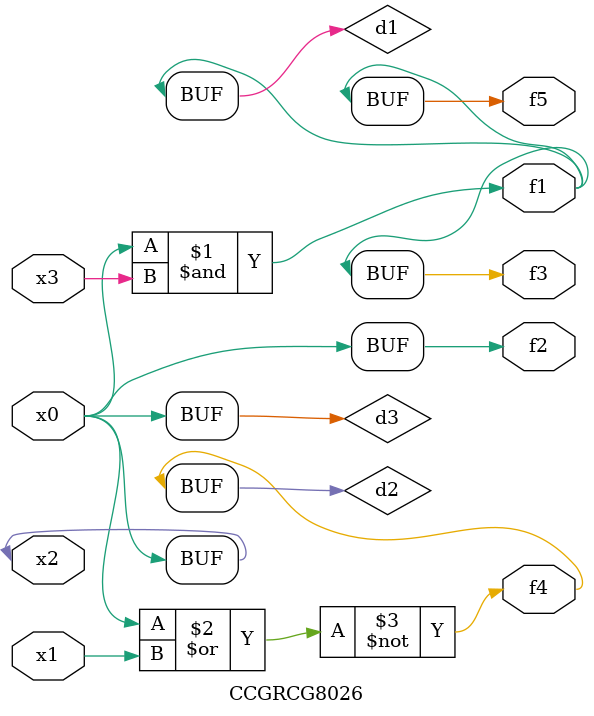
<source format=v>
module CCGRCG8026(
	input x0, x1, x2, x3,
	output f1, f2, f3, f4, f5
);

	wire d1, d2, d3;

	and (d1, x2, x3);
	nor (d2, x0, x1);
	buf (d3, x0, x2);
	assign f1 = d1;
	assign f2 = d3;
	assign f3 = d1;
	assign f4 = d2;
	assign f5 = d1;
endmodule

</source>
